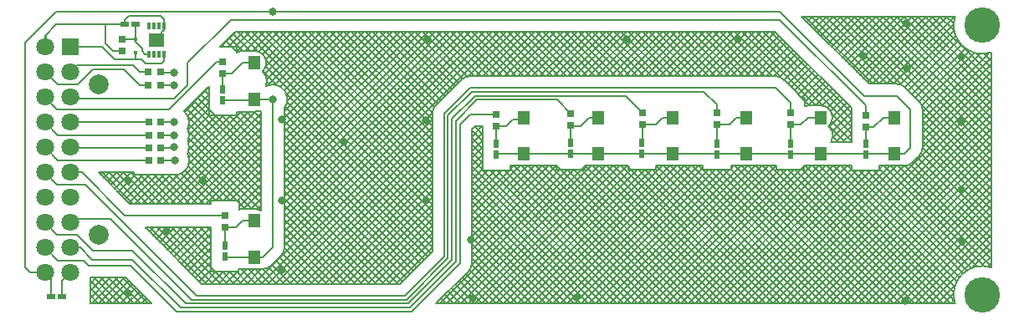
<source format=gbl>
G04 Layer_Physical_Order=2*
G04 Layer_Color=16711680*
%FSLAX43Y43*%
%MOMM*%
G71*
G01*
G75*
%ADD10C,0.203*%
%ADD13C,0.200*%
%ADD14C,0.254*%
%ADD15C,3.600*%
%ADD16C,2.000*%
%ADD17C,1.800*%
%ADD18R,1.800X1.800*%
%ADD19C,0.800*%
%ADD20R,0.650X0.800*%
%ADD21R,0.800X0.650*%
%ADD22R,0.600X0.900*%
%ADD23R,0.900X0.600*%
%ADD24R,1.250X1.400*%
%ADD25R,0.400X0.400*%
%ADD26R,0.300X0.700*%
%ADD27R,1.600X1.400*%
D10*
X94891Y30548D02*
G03*
X98548Y26891I2759J-898D01*
G01*
X89850Y23350D02*
G03*
X89000Y23702I-850J-850D01*
G01*
X89850Y23350D02*
G03*
X89000Y23702I-850J-850D01*
G01*
X91602Y21100D02*
G03*
X91250Y21950I-1202J0D01*
G01*
X91602Y21100D02*
G03*
X91250Y21950I-1202J0D01*
G01*
X82090Y19415D02*
G03*
X82487Y20307I-805J892D01*
G01*
D02*
G03*
X81285Y21509I-1202J0D01*
G01*
X82356Y17809D02*
G03*
X82537Y18457I-1071J648D01*
G01*
D02*
G03*
X82090Y19415I-1252J0D01*
G01*
X80048Y21509D02*
G03*
X79662Y21445I0J-1202D01*
G01*
X80048Y21509D02*
G03*
X79662Y21445I0J-1202D01*
G01*
X77557Y24139D02*
G03*
X76707Y24491I-850J-850D01*
G01*
X77557Y24139D02*
G03*
X76707Y24491I-850J-850D01*
G01*
X79329Y22259D02*
G03*
X79085Y22612I-1094J-497D01*
G01*
X79329Y22259D02*
G03*
X79085Y22612I-1094J-497D01*
G01*
X91250Y16395D02*
G03*
X91602Y17245I-850J850D01*
G01*
X91250Y16395D02*
G03*
X91602Y17245I-850J850D01*
G01*
X89762Y15405D02*
G03*
X90612Y15757I0J1202D01*
G01*
X89762Y15405D02*
G03*
X90612Y15757I0J1202D01*
G01*
X98548Y5109D02*
G03*
X94891Y1452I-898J-2759D01*
G01*
X45808Y24491D02*
G03*
X44959Y24139I0J-1202D01*
G01*
X45808Y24491D02*
G03*
X44959Y24139I0J-1202D01*
G01*
X42331Y21512D02*
G03*
X41979Y20662I850J-850D01*
G01*
X42331Y21512D02*
G03*
X41979Y20662I850J-850D01*
G01*
X27033Y21256D02*
G03*
X27333Y22156I-1202J901D01*
G01*
D02*
G03*
X25143Y23491I-1502J0D01*
G01*
X24805Y24958D02*
G03*
X25202Y25850I-805J892D01*
G01*
X25252Y24000D02*
G03*
X24805Y24958I-1252J0D01*
G01*
X25202Y25850D02*
G03*
X24000Y27052I-1202J0D01*
G01*
X25143Y23491D02*
G03*
X25252Y24000I-1143J509D01*
G01*
X23931Y20880D02*
G03*
X24349Y20955I0J1202D01*
G01*
X23931Y20880D02*
G03*
X24349Y20955I0J1202D01*
G01*
X22777Y27052D02*
G03*
X22204Y26906I0J-1202D01*
G01*
X22777Y27052D02*
G03*
X22204Y26906I0J-1202D01*
G01*
X17381Y19810D02*
G03*
X16871Y20937I-1502J0D01*
G01*
X17234Y19162D02*
G03*
X17381Y19810I-1355J648D01*
G01*
X17402Y15951D02*
G03*
X17232Y16645I-1502J0D01*
G01*
X17251Y17905D02*
G03*
X17381Y18515I-1372J610D01*
G01*
Y17295D02*
G03*
X17251Y17905I-1502J0D01*
G01*
X17381Y18515D02*
G03*
X17234Y19162I-1502J0D01*
G01*
X17232Y16645D02*
G03*
X17381Y17295I-1353J651D01*
G01*
X15432Y14525D02*
G03*
X17402Y15951I469J1427D01*
G01*
X45630Y4686D02*
G03*
X45982Y5535I-850J850D01*
G01*
X45630Y4686D02*
G03*
X45982Y5535I-850J850D01*
G01*
X24630Y10873D02*
G03*
X24000Y11052I-630J-1023D01*
G01*
X22829D02*
G03*
X22432Y10984I0J-1202D01*
G01*
X22829Y11052D02*
G03*
X22432Y10984I0J-1202D01*
G01*
X26681Y6288D02*
G03*
X27033Y7137I-850J850D01*
G01*
X26681Y6288D02*
G03*
X27033Y7137I-850J850D01*
G01*
X24844Y4948D02*
G03*
X25694Y5300I0J1202D01*
G01*
X24844Y4948D02*
G03*
X25694Y5300I0J1202D01*
G01*
X94754Y30548D02*
X94859Y30444D01*
X92599Y30548D02*
X98548Y24599D01*
X91881Y30548D02*
X98548Y23881D01*
X94036Y30548D02*
X94754Y29830D01*
X93317Y30548D02*
X94810Y29056D01*
X88699Y23702D02*
X94750Y29753D01*
X84934Y24965D02*
X90517Y30548D01*
X85293Y24606D02*
X91236Y30548D01*
X84575Y25325D02*
X89799Y30548D01*
X86012Y23888D02*
X92672Y30548D01*
X86544Y23702D02*
X93391Y30548D01*
X85652Y24247D02*
X91954Y30548D01*
X90444D02*
X98548Y22444D01*
X88288Y30548D02*
X98548Y20288D01*
X86852Y30548D02*
X98548Y18852D01*
X86133Y30548D02*
X98548Y18133D01*
X91162Y30548D02*
X98548Y23162D01*
X89725Y30548D02*
X98548Y21725D01*
X89007Y30548D02*
X98548Y21007D01*
X87981Y23702D02*
X94828Y30548D01*
X87570D02*
X98548Y19570D01*
X87262Y23702D02*
X94109Y30548D01*
X89816Y23382D02*
X94971Y28536D01*
X90176Y23023D02*
X95219Y28066D01*
X89362Y23646D02*
X94803Y29087D01*
X82779Y27121D02*
X86207Y30548D01*
X83138Y26761D02*
X86925Y30548D01*
X82060Y27839D02*
X84770Y30548D01*
X82420Y27480D02*
X85488Y30548D01*
X83497Y26402D02*
X87643Y30548D01*
X83856Y26043D02*
X88362Y30548D01*
X79351D02*
X94891D01*
X80264Y29635D02*
X81178Y30548D01*
X80623Y29276D02*
X81896Y30548D01*
X79905Y29994D02*
X80459Y30548D01*
X81342Y28557D02*
X83333Y30548D01*
X81701Y28198D02*
X84051Y30548D01*
X80983Y28917D02*
X82614Y30548D01*
X80386D02*
X87233Y23702D01*
X81104Y30548D02*
X87951Y23702D01*
X79351Y30548D02*
X86198Y23702D01*
X79667Y30548D02*
X86514Y23702D01*
X84216Y25684D02*
X89080Y30548D01*
X82541D02*
X89494Y23595D01*
X81823Y30548D02*
X88670Y23702D01*
X74033Y28998D02*
X81553Y21478D01*
X74752Y28998D02*
X84408Y19342D01*
X73315Y28998D02*
X80805Y21509D01*
X76665Y28998D02*
X84408Y21255D01*
X76188Y28998D02*
X84408Y20778D01*
X75470Y28998D02*
X84408Y20060D01*
X98444Y26859D02*
X98548Y26754D01*
X91254Y21946D02*
X96359Y27051D01*
X90535Y22664D02*
X95535Y27664D01*
X90895Y22305D02*
X95914Y27325D01*
X97830Y26754D02*
X98548Y26036D01*
X97056Y26810D02*
X98548Y25317D01*
X91531Y21505D02*
X96879Y26853D01*
X86198Y23702D02*
X89000D01*
X89850Y23350D02*
X91250Y21950D01*
X91602Y19420D02*
X98548Y26367D01*
X91602Y18701D02*
X98548Y25648D01*
X91602Y20857D02*
X97497Y26752D01*
X91602Y20138D02*
X98281Y26818D01*
X91602Y17983D02*
X98548Y24930D01*
X84433Y17809D02*
Y18059D01*
Y17809D02*
Y18059D01*
X84408Y19005D02*
Y20809D01*
Y19005D02*
Y20809D01*
Y21255D01*
X84243Y17809D02*
X84408Y17974D01*
Y17809D02*
Y19005D01*
X82806Y17809D02*
X84408Y19411D01*
X80759Y21509D02*
X82457Y23207D01*
X81464Y21495D02*
X82816Y22847D01*
X79662Y21848D02*
X81739Y23925D01*
X80040Y21509D02*
X82098Y23566D01*
X82321Y20916D02*
X83535Y22129D01*
X82485Y20361D02*
X83894Y21770D01*
X81977Y21290D02*
X83175Y22488D01*
X78677Y23019D02*
X80661Y25003D01*
X79036Y22660D02*
X81020Y24644D01*
X78318Y23378D02*
X80302Y25362D01*
X79662Y21933D02*
X80086Y21509D01*
X80048D02*
X81285D01*
X79354Y22259D02*
X81379Y24284D01*
X82457Y18896D02*
X84408Y20848D01*
X82456Y20575D02*
X84408Y18623D01*
X82177Y19335D02*
X84253Y21411D01*
X82517Y18238D02*
X84408Y20129D01*
X82415Y19898D02*
X84408Y17905D01*
X82356Y17809D02*
X84408D01*
X82136Y19459D02*
X83786Y17809D01*
X82532Y18345D02*
X83068Y17809D01*
X79546Y30353D02*
X79741Y30548D01*
X71878Y28998D02*
X76385Y24491D01*
X71160Y28998D02*
X75667Y24491D01*
X71529D02*
X76036Y28998D01*
X70441D02*
X74948Y24491D01*
X70810D02*
X75317Y28998D01*
X70092Y24491D02*
X74599Y28998D01*
X68286D02*
X72793Y24491D01*
X68655D02*
X73162Y28998D01*
X67936Y24491D02*
X72443Y28998D01*
X69373Y24491D02*
X73880Y28998D01*
X69723D02*
X74230Y24491D01*
X69004Y28998D02*
X73511Y24491D01*
X66500D02*
X71007Y28998D01*
X66849D02*
X71356Y24491D01*
X65781D02*
X70288Y28998D01*
X66131D02*
X70638Y24491D01*
X67568Y28998D02*
X72075Y24491D01*
X72596Y28998D02*
X77217Y24378D01*
X67218Y24491D02*
X71725Y28998D01*
X63975D02*
X68482Y24491D01*
X64344D02*
X68851Y28998D01*
X63626Y24491D02*
X68133Y28998D01*
X65063Y24491D02*
X69570Y28998D01*
X65412D02*
X69919Y24491D01*
X64694Y28998D02*
X69201Y24491D01*
X51044Y28998D02*
X55551Y24491D01*
X51413D02*
X55920Y28998D01*
X50325D02*
X54832Y24491D01*
X50694D02*
X55201Y28998D01*
X58228D02*
X62735Y24491D01*
X58597D02*
X63104Y28998D01*
X57879Y24491D02*
X62386Y28998D01*
X47102Y24491D02*
X51609Y28998D01*
X48889D02*
X53396Y24491D01*
X46733Y28998D02*
X51240Y24491D01*
X49607Y28998D02*
X54114Y24491D01*
X49976D02*
X54483Y28998D01*
X49257Y24491D02*
X53764Y28998D01*
X61820D02*
X66327Y24491D01*
X62189D02*
X66696Y28998D01*
X61102D02*
X65609Y24491D01*
X61471D02*
X65978Y28998D01*
X62907Y24491D02*
X67414Y28998D01*
X63257D02*
X67764Y24491D01*
X62539Y28998D02*
X67046Y24491D01*
X59315D02*
X63822Y28998D01*
X59665D02*
X64172Y24491D01*
X58946Y28998D02*
X63453Y24491D01*
X60383Y28998D02*
X64890Y24491D01*
X60752D02*
X65259Y28998D01*
X60034Y24491D02*
X64541Y28998D01*
X73684Y24491D02*
X77428Y28236D01*
X74402Y24491D02*
X77787Y27876D01*
X72247Y24491D02*
X76710Y28954D01*
X72965Y24491D02*
X77069Y28595D01*
X75839Y24491D02*
X78506Y27158D01*
X76557Y24491D02*
X78865Y26799D01*
X75121Y24491D02*
X78146Y27517D01*
X56073Y28998D02*
X60580Y24491D01*
X56442D02*
X60949Y28998D01*
X55723Y24491D02*
X60230Y28998D01*
X57160Y24491D02*
X61667Y28998D01*
X57510D02*
X62017Y24491D01*
X56791Y28998D02*
X61298Y24491D01*
X79329Y22259D02*
X79662D01*
Y21445D02*
Y22259D01*
X77600Y24097D02*
X79583Y26080D01*
X77959Y23737D02*
X79942Y25721D01*
X79336Y22259D02*
X79662Y21933D01*
X77179Y24395D02*
X79224Y26440D01*
X77557Y24139D02*
X79085Y22612D01*
X53918Y28998D02*
X58425Y24491D01*
X54286D02*
X58793Y28998D01*
X53199D02*
X57706Y24491D01*
X53568D02*
X58075Y28998D01*
X55005Y24491D02*
X59512Y28998D01*
X55354D02*
X59861Y24491D01*
X54636Y28998D02*
X59143Y24491D01*
X48539D02*
X53046Y28998D01*
X51762D02*
X56269Y24491D01*
X48170Y28998D02*
X52677Y24491D01*
X52481Y28998D02*
X56988Y24491D01*
X52850D02*
X57357Y28998D01*
X52131Y24491D02*
X56638Y28998D01*
X47452D02*
X51959Y24491D01*
X47821D02*
X52328Y28998D01*
X46384Y24491D02*
X50891Y28998D01*
X47083Y17905D02*
Y18059D01*
Y17905D02*
Y18059D01*
X46015Y28998D02*
X50522Y24491D01*
X47058Y19105D02*
Y19405D01*
Y19105D02*
Y19405D01*
X46294D02*
X47058D01*
X46987D02*
X47058Y19334D01*
Y17905D02*
Y19105D01*
X46281Y19393D02*
X47058Y18615D01*
X91602Y17264D02*
X98548Y24211D01*
X91495Y21594D02*
X98548Y14541D01*
X85415Y30548D02*
X98548Y17415D01*
X84696Y30548D02*
X98548Y16696D01*
X91602Y20770D02*
X98548Y13823D01*
X91602Y17245D02*
Y21100D01*
X90612Y15757D02*
X91250Y16395D01*
X87237Y14955D02*
Y15405D01*
X84433Y14955D02*
Y15405D01*
X91602Y18614D02*
X98548Y11667D01*
X91602Y17896D02*
X98548Y10949D01*
X91602Y20051D02*
X98548Y13104D01*
X91602Y19333D02*
X98548Y12386D01*
X91600Y17179D02*
X98548Y10231D01*
X91432Y16629D02*
X98548Y9512D01*
X91098Y16244D02*
X98548Y8794D01*
X90739Y15885D02*
X98548Y8075D01*
Y5109D02*
Y26891D01*
X90348Y15558D02*
X98548Y7357D01*
X89781Y15406D02*
X98548Y6638D01*
X88345Y15405D02*
X98548Y5202D01*
X87626Y15405D02*
X97783Y5249D01*
X83978Y30548D02*
X98548Y15978D01*
X83260Y30548D02*
X98548Y15260D01*
X80099Y1452D02*
X98548Y19901D01*
X80818Y1452D02*
X98548Y19182D01*
X82973Y1452D02*
X98548Y17027D01*
X84410Y1452D02*
X98548Y15590D01*
X82255Y1452D02*
X98548Y17745D01*
X83525Y17809D02*
X84408Y18692D01*
X83691Y1452D02*
X98548Y16309D01*
X81536Y1452D02*
X98548Y18464D01*
X84034Y15405D02*
X84433Y15006D01*
X83316Y15405D02*
X95061Y3660D01*
X81285Y15405D02*
X84433D01*
X77944Y1452D02*
X98548Y22056D01*
X78662Y1452D02*
X98548Y21338D01*
X76507Y1452D02*
X98548Y23493D01*
X77226Y1452D02*
X98548Y22774D01*
X76132Y15405D02*
X90085Y1452D01*
X79381D02*
X98548Y20619D01*
X74695Y15405D02*
X88649Y1452D01*
X69323D02*
X83277Y15405D01*
X70041Y1452D02*
X83995Y15405D01*
X68947D02*
X82901Y1452D01*
X73258Y15405D02*
X87212Y1452D01*
X73976Y15405D02*
X87930Y1452D01*
X72539Y15405D02*
X86493Y1452D01*
X89063Y15405D02*
X98548Y5920D01*
X87237Y15077D02*
X97112Y5201D01*
X86639Y14955D02*
X96557Y5038D01*
X85921Y14955D02*
X96084Y4793D01*
X97547Y5250D02*
X98548Y6251D01*
X98213Y5197D02*
X98548Y5532D01*
X96655Y5076D02*
X98548Y6969D01*
X87237Y15405D02*
X88785D01*
X89762D01*
X87237Y15055D02*
X87587Y15405D01*
X87137Y14955D02*
X87237Y15055D01*
X93031Y1452D02*
X94924Y3345D01*
X85203Y14955D02*
X95679Y4479D01*
X88720Y1452D02*
X98548Y11280D01*
X89439Y1452D02*
X98548Y10561D01*
X86565Y1452D02*
X98548Y13435D01*
X88002Y1452D02*
X98548Y11998D01*
X92312Y1452D02*
X98548Y7688D01*
X91594Y1452D02*
X98548Y8406D01*
X87283Y1452D02*
X98548Y12717D01*
X90157Y1452D02*
X98548Y9843D01*
X85847Y1452D02*
X98548Y14153D01*
X93749Y1452D02*
X94750Y2453D01*
X94468Y1452D02*
X94803Y1787D01*
X90876Y1452D02*
X98548Y9124D01*
X81879Y15405D02*
X94754Y2530D01*
X81161Y15405D02*
X94810Y1756D01*
X79724Y15405D02*
X93677Y1452D01*
X80442Y15405D02*
X94396Y1452D01*
X84484Y14955D02*
X95337Y4102D01*
X85128Y1452D02*
X98548Y14872D01*
X82597Y15405D02*
X94859Y3144D01*
X78702Y14991D02*
X92241Y1452D01*
X79420Y14991D02*
X92959Y1452D01*
X75789D02*
X89743Y15405D01*
X84433Y14955D02*
X87237D01*
X77983Y14991D02*
X91522Y1452D01*
X77265Y14991D02*
X90804Y1452D01*
X75070D02*
X89024Y15405D01*
X75413D02*
X89367Y1452D01*
X74352D02*
X88306Y15405D01*
X72915Y1452D02*
X86419Y14955D01*
X73633Y1452D02*
X87137Y14955D01*
X72202Y15025D02*
X85775Y1452D01*
X70760D02*
X84433Y15125D01*
X71511Y14997D02*
X85056Y1452D01*
X70074Y14997D02*
X83620Y1452D01*
X71478D02*
X84982Y14955D01*
X72197Y1452D02*
X85700Y14955D01*
X70793Y14997D02*
X84338Y1452D01*
X76823Y14991D02*
Y15405D01*
X79626Y14991D02*
Y15405D01*
X72202D02*
X73785D01*
X76823D01*
X79626D02*
X81285D01*
X79626Y15347D02*
X79685Y15405D01*
X68229D02*
X82183Y1452D01*
X66285Y15405D02*
X69398D01*
X64602Y15047D02*
Y15405D01*
X61798Y15047D02*
Y15405D01*
X72202Y15107D02*
X72500Y15405D01*
X72202Y14997D02*
Y15405D01*
X69398Y14997D02*
Y15405D01*
X66792D02*
X80746Y1452D01*
X67168D02*
X81121Y15405D01*
X66074D02*
X80027Y1452D01*
X66449D02*
X80403Y15405D01*
X67886Y1452D02*
X81840Y15405D01*
X68605Y1452D02*
X82558Y15405D01*
X67511D02*
X81464Y1452D01*
X61420D02*
X75374Y15405D01*
X62139Y1452D02*
X76093Y15405D01*
X61045D02*
X74999Y1452D01*
X64637Y15405D02*
X78591Y1452D01*
X65355Y15405D02*
X79309Y1452D01*
X62857D02*
X76811Y15405D01*
X58785D02*
X61798D01*
X58171D02*
X72125Y1452D01*
X47083Y16055D02*
Y17905D01*
X57453Y15405D02*
X71406Y1452D01*
X59265D02*
X73219Y15405D01*
X60702Y1452D02*
X74656Y15405D01*
X58889D02*
X72843Y1452D01*
X45982Y16906D02*
X47058Y17982D01*
X47083Y16055D02*
Y17905D01*
X45982Y17624D02*
X47058Y18700D01*
X45982Y16818D02*
X47083Y15717D01*
Y14955D02*
Y16055D01*
X45982Y16187D02*
X47083Y17288D01*
X54236Y1452D02*
X68190Y15405D01*
X54955Y1452D02*
X68908Y15405D01*
X53861D02*
X67814Y1452D01*
X59983D02*
X73937Y15405D01*
X60326D02*
X74280Y1452D01*
X59608Y15405D02*
X73562Y1452D01*
X47052D02*
X61006Y15405D01*
X47770Y1452D02*
X61724Y15405D01*
X46333Y1452D02*
X60287Y15405D01*
X53142D02*
X67096Y1452D01*
X53518D02*
X67471Y15405D01*
X50268D02*
X64222Y1452D01*
X72092Y14997D02*
X72202Y15107D01*
X79270Y14991D02*
X79626Y15347D01*
X69398Y14997D02*
X72202D01*
X64277Y15047D02*
X77872Y1452D01*
X76823Y14991D02*
X79626D01*
X65731Y1452D02*
X79270Y14991D01*
X63576Y1452D02*
X77115Y14991D01*
X57387Y15405D02*
X58785D01*
X64602D02*
X66285D01*
X57387Y15055D02*
Y15405D01*
X61798Y15370D02*
X62122Y15047D01*
X61798D02*
X64602D01*
X57064Y15055D02*
X57387Y15378D01*
X62840Y15047D02*
X76435Y1452D01*
X63559Y15047D02*
X77154Y1452D01*
X57828D02*
X71373Y14997D01*
X62122Y15047D02*
X75717Y1452D01*
X64294D02*
X77833Y14991D01*
X65012Y1452D02*
X78551Y14991D01*
X58547Y1452D02*
X72092Y14997D01*
X56366Y15055D02*
X69970Y1452D01*
X57084Y15055D02*
X70688Y1452D01*
X55673D02*
X69398Y15177D01*
X56391Y1452D02*
X69937Y14997D01*
X57110Y1452D02*
X70655Y14997D01*
X55647Y15055D02*
X69251Y1452D01*
X54583Y15055D02*
Y15405D01*
X52424D02*
X66377Y1452D01*
X51362D02*
X65316Y15405D01*
X51705D02*
X65659Y1452D01*
X54583Y15401D02*
X54929Y15055D01*
X68533Y1452D01*
X54583Y15055D02*
X57387D01*
X49887Y15405D02*
X51285D01*
X54583D01*
X49887Y15063D02*
X50229Y15405D01*
X49779Y14955D02*
X49887Y15063D01*
Y14955D02*
Y15405D01*
X47083Y14955D02*
X49887D01*
X52081Y1452D02*
X66035Y15405D01*
X52799Y1452D02*
X66753Y15405D01*
X50987D02*
X64941Y1452D01*
X49926D02*
X63521Y15047D01*
X50644Y1452D02*
X64239Y15047D01*
X49887Y15069D02*
X63504Y1452D01*
X49207D02*
X62802Y15047D01*
X49282Y14955D02*
X62785Y1452D01*
X48489D02*
X62084Y15047D01*
X47845Y14955D02*
X61349Y1452D01*
X48563Y14955D02*
X62067Y1452D01*
X47126Y14955D02*
X60630Y1452D01*
X43141Y28998D02*
X47648Y24491D01*
X43860Y28998D02*
X48367Y24491D01*
X41704Y28998D02*
X46211Y24491D01*
X42423Y28998D02*
X46930Y24491D01*
X45296Y28998D02*
X49803Y24491D01*
X45656Y24482D02*
X50172Y28998D01*
X44578D02*
X49085Y24491D01*
X38831Y28998D02*
X44324Y23505D01*
X38112Y28998D02*
X43965Y23146D01*
X37394Y28998D02*
X43606Y22787D01*
X40986Y28998D02*
X45526Y24458D01*
X40268Y28998D02*
X45047Y24219D01*
X39549Y28998D02*
X44683Y23864D01*
X34520Y28998D02*
X42185Y21334D01*
X33802Y28998D02*
X41989Y20812D01*
X33083Y28998D02*
X41979Y20103D01*
X32365Y28998D02*
X41979Y19384D01*
X36675Y28998D02*
X43247Y22427D01*
X35957Y28998D02*
X42887Y22068D01*
X35239Y28998D02*
X42528Y21709D01*
X31646Y28998D02*
X41979Y18666D01*
X30928Y28998D02*
X41979Y17947D01*
X30210Y28998D02*
X41979Y17229D01*
X29491Y28998D02*
X41979Y16510D01*
X28773Y28998D02*
X41979Y15792D01*
X28054Y28998D02*
X41979Y15074D01*
X25239Y24180D02*
X30057Y28998D01*
X25358Y23581D02*
X30775Y28998D01*
X25161Y25539D02*
X28620Y28998D01*
X25038Y24699D02*
X29338Y28998D01*
X27033Y18073D02*
X37959Y28998D01*
X27033Y17354D02*
X38678Y28998D01*
X22068D02*
X76665D01*
X23799Y27052D02*
X25746Y28998D01*
X24436Y26970D02*
X26464Y28998D01*
X23081Y27052D02*
X25028Y28998D01*
X25138Y26235D02*
X27901Y28998D01*
X25161Y25539D02*
X28620Y28998D01*
X24867Y26682D02*
X27183Y28998D01*
X27336D02*
X41979Y14355D01*
X27033Y13762D02*
X42270Y28998D01*
X26618D02*
X41979Y13637D01*
X24462Y28998D02*
X41979Y11481D01*
X27033Y12325D02*
X43707Y28998D01*
X27033Y11607D02*
X44425Y28998D01*
X27033Y13044D02*
X42988Y28998D01*
X27033Y15917D02*
X40114Y28998D01*
X27033Y15199D02*
X40833Y28998D01*
X27033Y16636D02*
X39396Y28998D01*
X27033Y14481D02*
X41551Y28998D01*
X25899D02*
X41979Y12918D01*
X25181Y28998D02*
X41979Y12200D01*
X45808Y24491D02*
X76707D01*
X42331Y21512D02*
X44959Y24139D01*
X45982Y19094D02*
X46294Y19405D01*
X45982Y19061D02*
X46327Y19405D01*
X27263Y22612D02*
X33649Y28998D01*
X27319Y21951D02*
X34367Y28998D01*
X27033Y20946D02*
X35086Y28998D01*
X27033Y19509D02*
X36522Y28998D01*
X27033Y20228D02*
X35804Y28998D01*
X45982Y14032D02*
X47083Y15133D01*
X45982Y13314D02*
X47624Y14955D01*
X45982Y16099D02*
X47083Y14998D01*
X45982Y14751D02*
X47083Y15852D01*
X45982Y11877D02*
X49061Y14955D01*
X45982Y11158D02*
X49779Y14955D01*
X45982Y12595D02*
X48343Y14955D01*
X45982Y18343D02*
X47045Y19405D01*
X45982Y18973D02*
X47083Y17872D01*
X27033Y18791D02*
X37241Y28998D01*
X45982Y17536D02*
X47083Y16435D01*
X45982Y15469D02*
X47083Y16570D01*
X45982Y18255D02*
X47083Y17154D01*
X26637Y23424D02*
X32212Y28998D01*
X27014Y23082D02*
X32930Y28998D01*
X26124Y23629D02*
X31493Y28998D01*
X24859Y25010D02*
X26279Y23590D01*
X25248Y23902D02*
X25524Y23626D01*
X24349Y20955D02*
X24630D01*
X23959Y20880D02*
X24630Y20209D01*
X17334Y18884D02*
X24630Y11588D01*
X16924Y11555D02*
X24630Y19262D01*
X16205Y11555D02*
X24630Y19980D01*
X21534Y11855D02*
X24630Y14951D01*
X19079Y11555D02*
X24630Y17106D01*
X17642Y11555D02*
X24630Y18543D01*
X23241Y20880D02*
X24630Y19491D01*
X17513Y21579D02*
X24630Y14462D01*
X17154Y21220D02*
X24630Y13744D01*
X22523Y20880D02*
X24630Y18773D01*
X19999Y20530D02*
X24630Y15899D01*
X17362Y19575D02*
X24630Y12307D01*
X22307Y28998D02*
X24289Y27016D01*
X22232Y26921D02*
X24309Y28998D01*
X21350Y27476D02*
X22872Y28998D01*
X22069Y27476D02*
X23591Y28998D01*
X21828Y28759D02*
X23535Y27052D01*
X22777D02*
X24000D01*
X21469Y28400D02*
X22817Y27052D01*
X20632Y27476D02*
X22154Y28998D01*
X21110Y28040D02*
X21674Y27476D01*
X20546D02*
X22068Y28998D01*
X20751Y27681D02*
X20956Y27476D01*
X21674D02*
X22204Y26946D01*
X20546Y27476D02*
X22204D01*
X22179Y20880D02*
X23931D01*
X22155Y20530D02*
X24630Y18054D01*
X21436Y20530D02*
X24630Y17336D01*
X20718Y20530D02*
X24630Y16617D01*
X22204Y26906D02*
Y27476D01*
X19376Y23273D02*
Y23442D01*
Y21630D02*
Y23273D01*
X22179Y20530D02*
Y20880D01*
X19376Y21630D02*
Y23273D01*
Y23442D01*
X18950Y23016D02*
X19376Y22590D01*
X18591Y22657D02*
X19376Y21872D01*
X18231Y22298D02*
X19376Y21153D01*
X19999Y20530D01*
X19376D02*
X22179D01*
X19376D02*
Y21630D01*
X19351Y23273D02*
Y23417D01*
X16921Y20892D02*
X19351Y23321D01*
X16871Y20937D02*
X19351Y23417D01*
X17224Y20477D02*
X19376Y22628D01*
X17377Y19911D02*
X19376Y21910D01*
X17355Y15578D02*
X22656Y20880D01*
X17872Y21939D02*
X24630Y15180D01*
X14050Y11555D02*
X23375Y20880D01*
X14769Y11555D02*
X24106Y20893D01*
X17360Y16302D02*
X21588Y20530D01*
X17263Y20392D02*
X24630Y13025D01*
X15487Y11555D02*
X24630Y20698D01*
X17324Y17703D02*
X20151Y20530D01*
X17354Y17014D02*
X20870Y20530D01*
X17268Y19084D02*
X19376Y21191D01*
X17380Y18477D02*
X19433Y20530D01*
X17324Y17703D02*
X20151Y20530D01*
X17402Y15943D02*
X21490Y11855D01*
X20098D02*
X24630Y16388D01*
X17288Y16776D02*
X22208Y11855D01*
X19579D02*
X22432D01*
X20816D02*
X24630Y15669D01*
X17276Y15350D02*
X20771Y11855D01*
X14795Y14525D02*
X15432D01*
X22253Y11855D02*
X24630Y14233D01*
X18361Y11555D02*
X24630Y17825D01*
X16990Y14918D02*
X20053Y11855D01*
X16578Y14611D02*
X19579Y11610D01*
X22208Y11855D02*
X22432Y11631D01*
Y11316D02*
X24630Y13514D01*
X19579Y11555D02*
Y11855D01*
X14510Y14525D02*
X17479Y11555D01*
X15228Y14525D02*
X18198Y11555D01*
X13791Y14525D02*
X16761Y11555D01*
X13332D02*
X16273Y14497D01*
X16017Y14454D02*
X18916Y11555D01*
X13073Y14525D02*
X16042Y11555D01*
X11792Y14525D02*
X12992D01*
X10566Y12382D02*
X12709Y14525D01*
X8198Y14750D02*
X11792D01*
X10207Y12741D02*
X11991Y14525D01*
X12992D02*
X14795D01*
X12992D02*
X14795D01*
X10925Y12022D02*
X13427Y14525D01*
X8770Y14178D02*
X9342Y14750D01*
X9129Y13818D02*
X10060Y14750D01*
X8411Y14537D02*
X8624Y14750D01*
X11792Y14525D02*
Y14750D01*
X9848Y13100D02*
X11497Y14750D01*
X9488Y13459D02*
X10779Y14750D01*
X11895Y11555D02*
X14864Y14525D01*
X12354D02*
X15324Y11555D01*
X11411Y14750D02*
X14605Y11555D01*
X11393D02*
X19579D01*
X12613D02*
X15549Y14491D01*
X11285Y11663D02*
X14146Y14525D01*
X8537Y14750D02*
X11732Y11555D01*
X9256Y14750D02*
X12450Y11555D01*
X8198Y14750D02*
X11393Y11555D01*
X11285Y11663D02*
X14146Y14525D01*
X10693Y14750D02*
X13887Y11555D01*
X9974Y14750D02*
X13169Y11555D01*
X45982Y8285D02*
X53103Y15405D01*
X45982Y7566D02*
X53821Y15405D01*
X45982Y9722D02*
X51666Y15405D01*
X45982Y9003D02*
X52385Y15405D01*
X45982Y6848D02*
X54540Y15405D01*
X45982Y6130D02*
X54908Y15055D01*
X45975Y5404D02*
X55627Y15055D01*
X27302Y21849D02*
X41979Y7171D01*
Y6696D02*
Y20662D01*
X27265Y22603D02*
X41979Y7889D01*
X45982Y10440D02*
X50948Y15405D01*
X45982Y5535D02*
Y19094D01*
X30373Y3452D02*
X41979Y15058D01*
X45615Y1452D02*
X59569Y15405D01*
X45982Y15381D02*
X59912Y1452D01*
X44178D02*
X58132Y15405D01*
X44897Y1452D02*
X58850Y15405D01*
X45982Y14662D02*
X59193Y1452D01*
X45982Y13944D02*
X58475Y1452D01*
X43460D02*
X57064Y15055D01*
X28218Y3452D02*
X41979Y17213D01*
X28936Y3452D02*
X41979Y16495D01*
X27499Y3452D02*
X41979Y17932D01*
X31091Y3452D02*
X41979Y14339D01*
X42741Y1452D02*
X56345Y15055D01*
X29654Y3452D02*
X41979Y15776D01*
X27033Y10170D02*
X45862Y28998D01*
X27033Y9452D02*
X46580Y28998D01*
X27033Y10888D02*
X45143Y28998D01*
X23025D02*
X41979Y10045D01*
X27033Y8015D02*
X48017Y28998D01*
X27033Y7296D02*
X48736Y28998D01*
X27033Y8733D02*
X47299Y28998D01*
X25166Y26139D02*
X41979Y9326D01*
X25134Y25453D02*
X41979Y8608D01*
X23744Y28998D02*
X41979Y10763D01*
X27092Y21340D02*
X41858Y6574D01*
X27033Y20680D02*
X41498Y6215D01*
X27033Y19961D02*
X41139Y5856D01*
X25344Y3452D02*
X41979Y20087D01*
X26062Y3452D02*
X41979Y19368D01*
X23907Y3452D02*
X49454Y28998D01*
X24626Y3452D02*
X41989Y20815D01*
X27033Y19243D02*
X40780Y5496D01*
X27033Y18525D02*
X40421Y5137D01*
X26781Y3452D02*
X41979Y18650D01*
X27033Y17088D02*
X39702Y4419D01*
X27033Y16369D02*
X39343Y4060D01*
X27033Y17806D02*
X40062Y4778D01*
X27033Y14933D02*
X38514Y3452D01*
X27033Y14214D02*
X37796Y3452D01*
X27033Y15651D02*
X38984Y3700D01*
X45982Y11789D02*
X56320Y1452D01*
X45982Y11070D02*
X55601Y1452D01*
X45982Y13226D02*
X57756Y1452D01*
X45982Y12507D02*
X57038Y1452D01*
X45982Y9634D02*
X54164Y1452D01*
X45982Y8915D02*
X53446Y1452D01*
X45982Y10352D02*
X54883Y1452D01*
X45982Y7478D02*
X52009Y1452D01*
X45982Y6760D02*
X51291Y1452D01*
X45982Y8197D02*
X52727Y1452D01*
X45966Y5339D02*
X49854Y1452D01*
X45755Y4832D02*
X49135Y1452D01*
X45982Y6041D02*
X50572Y1452D01*
X45048Y4103D02*
X47699Y1452D01*
X45407Y4462D02*
X48417Y1452D01*
X44329Y3384D02*
X46262Y1452D01*
X44688Y3743D02*
X46980Y1452D01*
X42397D02*
X94891D01*
X43611Y2666D02*
X44825Y1452D01*
X43970Y3025D02*
X45543Y1452D01*
X42397D02*
X45630Y4686D01*
X42892Y1947D02*
X43388Y1452D01*
X43251Y2307D02*
X44106Y1452D01*
X42533Y1588D02*
X42670Y1452D01*
X27033Y11340D02*
X34922Y3452D01*
X27033Y10622D02*
X34204Y3452D01*
X27033Y13496D02*
X37077Y3452D01*
X27033Y12059D02*
X35641Y3452D01*
X27033Y9185D02*
X32767Y3452D01*
X27033Y9904D02*
X33485Y3452D01*
X18646D02*
X38735D01*
X27033Y7748D02*
X31330Y3452D01*
X27033Y8467D02*
X32049Y3452D01*
X27029Y7034D02*
X30612Y3452D01*
X26510Y6116D02*
X29175Y3452D01*
X26848Y6497D02*
X29893Y3452D01*
X26151Y5757D02*
X28456Y3452D01*
X36120D02*
X41979Y9311D01*
X36839Y3452D02*
X41979Y8592D01*
X35402Y3452D02*
X41979Y10029D01*
X38276Y3452D02*
X41979Y7155D01*
X38735Y3452D02*
X41979Y6696D01*
X37557Y3452D02*
X41979Y7874D01*
X31810Y3452D02*
X41979Y13621D01*
X32528Y3452D02*
X41979Y12903D01*
X27033Y12777D02*
X36359Y3452D01*
X33965D02*
X41979Y11466D01*
X34683Y3452D02*
X41979Y10747D01*
X33247Y3452D02*
X41979Y12184D01*
X23604Y11052D02*
X24630Y12077D01*
Y10873D02*
Y20955D01*
X22432Y11631D02*
X23012Y11052D01*
X22886D02*
X24630Y12796D01*
X24288Y11017D02*
X24630Y11359D01*
X22829Y11052D02*
X24000D01*
X22432Y10984D02*
Y11855D01*
X19579Y8852D02*
Y9152D01*
Y8852D02*
Y9152D01*
X19164D02*
X19579Y8737D01*
X27033Y7137D02*
Y21256D01*
X19604Y7652D02*
Y7783D01*
X25694Y5300D02*
X26681Y6288D01*
X25792Y5398D02*
X27738Y3452D01*
X18044Y4054D02*
X19604Y5614D01*
X19579Y7652D02*
Y8852D01*
X19604Y7652D02*
Y7783D01*
X18446Y9152D02*
X19579Y8018D01*
X19604Y5780D02*
Y7652D01*
Y4680D02*
Y5780D01*
Y7652D01*
X17377Y17405D02*
X23730Y11052D01*
X17727Y9152D02*
X19604Y7275D01*
X17339Y18162D02*
X24622Y10878D01*
X17009Y9152D02*
X19604Y6556D01*
X15170Y6928D02*
X17394Y9152D01*
X15529Y6568D02*
X18113Y9152D01*
X12946D02*
X19579D01*
X13374Y8724D02*
X13802Y9152D01*
X13733Y8365D02*
X14521Y9152D01*
X13015Y9083D02*
X13084Y9152D01*
X14452Y7646D02*
X15958Y9152D01*
X14811Y7287D02*
X16676Y9152D01*
X14092Y8005D02*
X15239Y9152D01*
X15572D02*
X19604Y5120D01*
X14853Y9152D02*
X20554Y3452D01*
X14135Y9152D02*
X19835Y3452D01*
X17325Y4772D02*
X19604Y7051D01*
X17685Y4413D02*
X19604Y6333D01*
X16290Y9152D02*
X19604Y5838D01*
X16248Y5850D02*
X19550Y9152D01*
X13417D02*
X19117Y3452D01*
X12946Y9152D02*
X18646Y3452D01*
X16607Y5491D02*
X19579Y8463D01*
X16966Y5132D02*
X19579Y7745D01*
X15888Y6209D02*
X18831Y9152D01*
X24000Y4948D02*
X24844D01*
X23368D02*
X24864Y3452D01*
X22407Y4948D02*
X24000D01*
X23189Y3452D02*
X24686Y4948D01*
X22407Y4826D02*
X22530Y4948D01*
X19604Y5120D02*
X20044Y4680D01*
X22407D02*
Y4948D01*
X18403Y3695D02*
X19604Y4896D01*
Y4680D02*
X22407D01*
X22262D02*
X22407Y4826D01*
X19597Y3452D02*
X20825Y4680D01*
X24804Y4948D02*
X26301Y3452D01*
X25391Y5080D02*
X27020Y3452D01*
X22649Y4948D02*
X24146Y3452D01*
X24086Y4948D02*
X25583Y3452D01*
X22199Y4680D02*
X23427Y3452D01*
X22470D02*
X23967Y4948D01*
X21752Y3452D02*
X23249Y4948D01*
X20044Y4680D02*
X21272Y3452D01*
X20315D02*
X21544Y4680D01*
X18878Y3452D02*
X20107Y4680D01*
X21033Y3452D02*
X22262Y4680D01*
X21480D02*
X22709Y3452D01*
X20762Y4680D02*
X21991Y3452D01*
X10579Y4087D02*
X13214Y1452D01*
X10963Y4087D02*
X13597Y1452D01*
X9861Y4087D02*
X12496Y1452D01*
X10412D02*
X12005Y3044D01*
X12568Y1452D02*
X13083Y1967D01*
X13286Y1452D02*
X13442Y1607D01*
X11849Y1452D02*
X12723Y2326D01*
X7350Y4087D02*
X10963D01*
X9143D02*
X11777Y1452D01*
X7350Y1981D02*
X9455Y4087D01*
X7350Y2700D02*
X8737Y4087D01*
X9694Y1452D02*
X11646Y3403D01*
X7350Y3418D02*
X8018Y4087D01*
X8257Y1452D02*
X10892Y4087D01*
X8424D02*
X11059Y1452D01*
X7706Y4087D02*
X10341Y1452D01*
X8976D02*
X11287Y3763D01*
X11131Y1452D02*
X12364Y2685D01*
X7350Y1452D02*
X13597D01*
X7350D02*
Y4087D01*
X7539Y1452D02*
X10174Y4087D01*
X7350Y3724D02*
X9622Y1452D01*
X7350Y2287D02*
X8185Y1452D01*
X7350Y1569D02*
X7467Y1452D01*
X7350Y3005D02*
X8904Y1452D01*
D13*
X7645Y6807D02*
X11641D01*
X6045Y8407D02*
X7645Y6807D01*
X4035Y8407D02*
X6045D01*
X7575Y5912D02*
X11636D01*
X6379Y7108D02*
X7575Y5912D01*
X5334Y7108D02*
X6379D01*
X6701Y5789D02*
X7202Y5288D01*
X4113Y5789D02*
X6701D01*
X7202Y5288D02*
X11460D01*
X15868Y22200D02*
X17200Y23531D01*
X5483Y22200D02*
X15868D01*
X5334Y22348D02*
X5483Y22200D01*
X7633Y25159D02*
X10807D01*
X6108Y23634D02*
X7633Y25159D01*
X4048Y23634D02*
X6108D01*
X12372Y23595D02*
X13268D01*
X10807Y25159D02*
X12372Y23595D01*
X15342Y21107D02*
X20209Y25975D01*
X4035Y21107D02*
X15342D01*
X20209Y25975D02*
X20777D01*
X2794Y17268D02*
X4111Y15951D01*
X13294D01*
X14494D02*
X15900D01*
X2794Y22348D02*
X4035Y21107D01*
X12397Y24915D02*
X13268D01*
X6074Y25629D02*
X11684D01*
X12397Y24915D01*
X5334Y27428D02*
X8589D01*
X9804Y26213D02*
X11979D01*
X8589Y27428D02*
X9804Y26213D01*
X13005Y25728D02*
X14554D01*
X12520Y26213D02*
X13005Y25728D01*
X11979Y26213D02*
X12520D01*
X11979D02*
Y26831D01*
X5334Y24888D02*
X6074Y25629D01*
X5740Y10054D02*
X9444D01*
X5334Y9648D02*
X5740Y10054D01*
X9444D02*
X17648Y1850D01*
X2794Y9648D02*
X4035Y8407D01*
X11641Y6807D02*
X16998Y1450D01*
X11636Y5912D02*
X16498Y1050D01*
X11460Y5288D02*
X16098Y650D01*
X24006Y22156D02*
X25832D01*
Y7137D02*
Y22156D01*
X23931Y22081D02*
X24000Y22150D01*
X20777Y22081D02*
X23931D01*
X24000Y22150D02*
X24006Y22156D01*
X3952Y31050D02*
X77150D01*
X24844Y6150D02*
X25832Y7137D01*
X24000Y6150D02*
X24844D01*
X6520Y14728D02*
X10895Y10354D01*
X21006D01*
X22829Y9850D02*
X24000D01*
X22133Y9154D02*
X22829Y9850D01*
X21006Y9154D02*
X22133D01*
X21006Y7332D02*
Y9154D01*
Y6232D02*
X21088Y6150D01*
X24000D01*
X20777Y23181D02*
Y24775D01*
X22777Y25850D02*
X24000D01*
X21701Y24775D02*
X22777Y25850D01*
X20777Y24775D02*
X21701D01*
X17200Y23531D02*
Y25830D01*
X813Y5074D02*
Y27911D01*
X14621Y28691D02*
Y28967D01*
X14097Y28167D02*
X14621Y28691D01*
X14847Y29192D02*
Y29617D01*
X14621Y28967D02*
X14847Y29192D01*
X55985Y19366D02*
X56073Y19454D01*
X55985Y17707D02*
Y19366D01*
X16998Y1450D02*
X39564D01*
X17648Y1850D02*
X39399D01*
X18148Y2250D02*
X39233D01*
X6900Y13498D02*
X18148Y2250D01*
X4024Y13498D02*
X6900D01*
X46541Y22090D02*
X54602D01*
X44381Y19929D02*
X46541Y22090D01*
X44381Y5701D02*
Y19929D01*
X43981Y20141D02*
X46330Y22490D01*
X43981Y5867D02*
Y20141D01*
X46330Y22490D02*
X61552D01*
X16098Y650D02*
X39896D01*
X16498Y1050D02*
X39730D01*
X5334Y14728D02*
X6520D01*
X2794D02*
X4024Y13498D01*
X2794Y7108D02*
X4113Y5789D01*
X14535Y24848D02*
X15800D01*
X14468Y24915D02*
X14535Y24848D01*
X14519Y23544D02*
X15879D01*
X78235Y20757D02*
Y21762D01*
X76707Y23290D02*
X78235Y21762D01*
X45808Y23290D02*
X76707D01*
X43181Y20662D02*
X45808Y23290D01*
X70785Y20807D02*
Y21592D01*
X69487Y22890D02*
X70785Y21592D01*
X45974Y22890D02*
X69487D01*
X43581Y20497D02*
X45974Y22890D01*
X61552Y22490D02*
X63235Y20807D01*
X85835Y20507D02*
Y21528D01*
X54602Y22090D02*
X55985Y20707D01*
X14494Y18515D02*
X15845D01*
X14494Y19810D02*
X15879D01*
X43181Y6198D02*
Y20662D01*
X43581Y6032D02*
Y20497D01*
X45796Y20607D02*
X48485D01*
X44781Y19592D02*
X45796Y20607D01*
X44781Y5535D02*
Y19592D01*
X8915Y29716D02*
X10880D01*
X3916D02*
X8915D01*
X2794Y28594D02*
X3916Y29716D01*
X88785Y16607D02*
X89762D01*
X81285D02*
X88785D01*
X39730Y1050D02*
X44381Y5701D01*
X39896Y650D02*
X44781Y5535D01*
X39233Y2250D02*
X43181Y6198D01*
X73785Y16607D02*
X81285D01*
X66285D02*
X73785D01*
X58785D02*
X66285D01*
X51285D02*
X58785D01*
X813Y5074D02*
X1318Y4568D01*
X2794D01*
X4538Y3772D02*
X5334Y4568D01*
X4538Y2132D02*
Y3772D01*
X2794Y4568D02*
X3438Y3925D01*
Y2132D02*
Y3925D01*
X5334Y4568D02*
X5579Y4323D01*
X2794Y24888D02*
X4048Y23634D01*
X6426Y19808D02*
X12216D01*
X6428Y19810D02*
X13294D01*
X5336D02*
X6428D01*
X5334Y19808D02*
X5336Y19810D01*
X4080Y18522D02*
X13294D01*
X2794Y19808D02*
X4080Y18522D01*
X5358Y17245D02*
X13294D01*
X5334Y17268D02*
X5358Y17245D01*
X39399Y1850D02*
X43581Y6032D01*
X39564Y1450D02*
X43981Y5867D01*
X15571Y17245D02*
X15622Y17295D01*
X85835Y19307D02*
X86668D01*
X87668Y20307D01*
X88785D01*
X85835Y17607D02*
Y19307D01*
X78235Y19557D02*
X79298D01*
X80048Y20307D01*
X81285D01*
X70785Y19607D02*
X70785Y19607D01*
X72032D01*
X72732Y20307D01*
X73785D01*
X70785Y17857D02*
Y19607D01*
X56977Y19454D02*
X57830Y20307D01*
X56073Y19454D02*
X56977D01*
X63235Y19599D02*
X64622D01*
X65330Y20307D01*
X66285D01*
X57830Y20307D02*
X58785D01*
X50137Y20115D02*
X51093D01*
X49430Y19407D02*
X50137Y20115D01*
X48485Y19407D02*
X49430D01*
X51093Y20115D02*
X51285Y20307D01*
X48485Y16507D02*
X48585Y16607D01*
X51285D01*
X48485Y17607D02*
Y19407D01*
X78224Y19546D02*
X78235Y19557D01*
X78224Y17642D02*
Y19546D01*
X63235Y17657D02*
Y19607D01*
X14494Y17245D02*
X15571D01*
X14468Y23595D02*
X14519Y23544D01*
X6426Y19808D02*
X6428Y19810D01*
X13294Y18438D02*
Y18522D01*
X11979Y28231D02*
Y29715D01*
X11980Y29716D01*
X11979Y27929D02*
Y28231D01*
X12606Y27016D02*
X12905Y26717D01*
X12606Y27016D02*
Y27303D01*
X12905Y26717D02*
X13347D01*
X11979Y27929D02*
X12606Y27303D01*
X10594Y28231D02*
X11979D01*
X10566Y28259D02*
X10594Y28231D01*
X10557Y28309D02*
X10566D01*
X10880Y29716D02*
Y30207D01*
X14554Y25728D02*
X14851Y26025D01*
Y26717D01*
X14847Y29617D02*
Y30236D01*
X9668Y27059D02*
X10566D01*
X8915Y27811D02*
X9668Y27059D01*
X8915Y27811D02*
Y29716D01*
X89762Y16607D02*
X90400Y17245D01*
Y21100D01*
X85700Y22500D02*
X89000D01*
X90400Y21100D01*
X17200Y25830D02*
X21570Y30200D01*
X77163D01*
X85835Y21528D01*
X10880Y30207D02*
X11278Y30605D01*
X14478D01*
X14847Y30236D01*
X813Y27911D02*
X3952Y31050D01*
X77150D02*
X85700Y22500D01*
D14*
X2794Y27428D02*
Y28594D01*
D15*
X97650Y29650D02*
D03*
X97650Y2350D02*
D03*
D16*
X8264Y8378D02*
D03*
Y23618D02*
D03*
D17*
X2794Y27428D02*
D03*
X5334Y22348D02*
D03*
X2794D02*
D03*
Y24888D02*
D03*
X5334D02*
D03*
X2794Y4568D02*
D03*
Y7108D02*
D03*
X5334D02*
D03*
X2794Y14728D02*
D03*
X5334Y12188D02*
D03*
X2794D02*
D03*
Y9648D02*
D03*
X5334Y14728D02*
D03*
Y9648D02*
D03*
Y17268D02*
D03*
X2794Y19808D02*
D03*
X5334D02*
D03*
X2794Y17268D02*
D03*
X5334Y4568D02*
D03*
D18*
Y27428D02*
D03*
D19*
X15900Y15951D02*
D03*
X25832Y22156D02*
D03*
X25857Y31039D02*
D03*
X95500Y12998D02*
D03*
X89814Y1723D02*
D03*
X41500Y28198D02*
D03*
X26800Y4848D02*
D03*
Y11848D02*
D03*
X26750Y20098D02*
D03*
X11200Y13898D02*
D03*
X18750D02*
D03*
X11200Y2448D02*
D03*
X95600Y7748D02*
D03*
X95500Y26448D02*
D03*
Y19848D02*
D03*
X46100Y1950D02*
D03*
X45900Y7900D02*
D03*
X56563Y2062D02*
D03*
X89950Y29848D02*
D03*
X15100Y8848D02*
D03*
X61650Y28248D02*
D03*
X41350Y11898D02*
D03*
Y20048D02*
D03*
X15879Y24848D02*
D03*
Y18515D02*
D03*
Y19810D02*
D03*
Y17295D02*
D03*
Y23544D02*
D03*
X85600Y26500D02*
D03*
X89995Y25250D02*
D03*
X72950Y28200D02*
D03*
X33000Y17850D02*
D03*
D20*
X21006Y10354D02*
D03*
Y9154D02*
D03*
X55985Y20707D02*
D03*
X55985Y19507D02*
D03*
X20777Y25975D02*
D03*
Y24775D02*
D03*
X63235Y20807D02*
D03*
Y19607D02*
D03*
X70785Y20807D02*
D03*
Y19607D02*
D03*
X78235Y20757D02*
D03*
Y19557D02*
D03*
X10566Y28259D02*
D03*
X10566Y27059D02*
D03*
X85835Y19307D02*
D03*
Y20507D02*
D03*
X48485Y20607D02*
D03*
Y19407D02*
D03*
D21*
X14494Y15951D02*
D03*
X13294D02*
D03*
X13268Y24915D02*
D03*
X14468D02*
D03*
X13294Y19810D02*
D03*
X14494D02*
D03*
X13294Y17245D02*
D03*
X14494D02*
D03*
X13294Y18515D02*
D03*
X14494D02*
D03*
X13268Y23595D02*
D03*
X14468D02*
D03*
D22*
X21006Y6232D02*
D03*
Y7332D02*
D03*
X55985Y16607D02*
D03*
Y17707D02*
D03*
X20777Y22081D02*
D03*
Y23181D02*
D03*
X63200Y16598D02*
D03*
Y17698D02*
D03*
X85835Y17607D02*
D03*
Y16507D02*
D03*
X78224Y17642D02*
D03*
Y16542D02*
D03*
X70800Y17648D02*
D03*
Y16548D02*
D03*
X48485Y16507D02*
D03*
Y17607D02*
D03*
D23*
X10880Y29716D02*
D03*
X11980Y29716D02*
D03*
X4538Y2132D02*
D03*
X3438D02*
D03*
D24*
X81285Y20307D02*
D03*
X81285Y16607D02*
D03*
X73785Y20307D02*
D03*
Y16607D02*
D03*
X66285Y20307D02*
D03*
Y16607D02*
D03*
X24000Y25850D02*
D03*
Y22150D02*
D03*
X58785Y20307D02*
D03*
Y16607D02*
D03*
X24000Y9850D02*
D03*
Y6150D02*
D03*
X51285Y20307D02*
D03*
X51285Y16607D02*
D03*
X88785D02*
D03*
X88785Y20307D02*
D03*
D25*
X11979Y26831D02*
D03*
Y28231D02*
D03*
D26*
X13347Y26717D02*
D03*
X13847Y26717D02*
D03*
X14347Y26717D02*
D03*
X14847D02*
D03*
Y29617D02*
D03*
X14347Y29617D02*
D03*
X13847D02*
D03*
X13347D02*
D03*
D27*
X14097Y28167D02*
D03*
M02*

</source>
